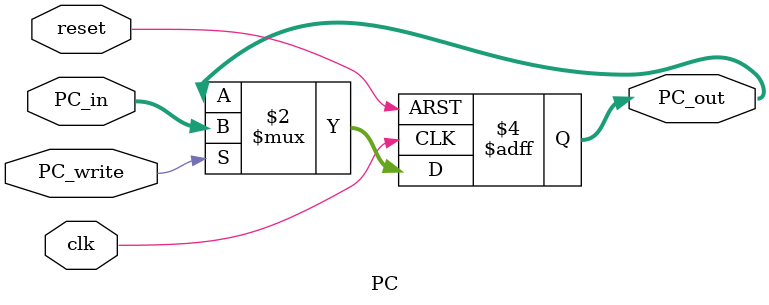
<source format=v>
`timescale 1ns / 1ps


module PC(
    input wire clk,             
    input wire reset,          
    input wire PC_write,       
    input wire [31:0] PC_in,    
    output reg [31:0] PC_out   
    );
always @(posedge clk or posedge reset) begin
        if (reset) 
            PC_out <= 32'b0; 
        else if(PC_write) begin
            PC_out <= PC_in; 
        end
    end
endmodule

</source>
